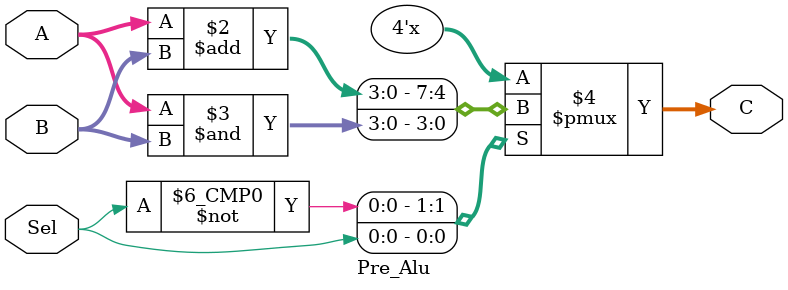
<source format=v>
module Pre_Alu(input [3:0]A, input[3:0]B, input Sel, output reg [3:0]C);

   always @*
   
    begin
	
	    case(Sel)
		
		1'b 0: C = A + B;
		1'b 1: C = A & B;
		
		endcase
	end

endmodule

</source>
